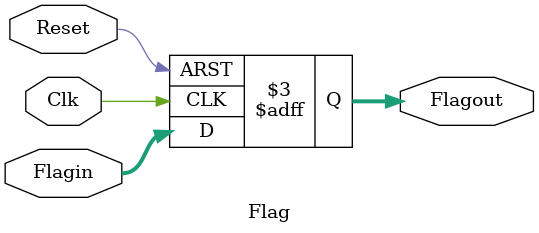
<source format=v>
`timescale 1ns / 1ps


module Flag(
     input wire [7:0] Flagin ,
     input wire       Clk    ,
     input wire       Reset  ,
     output reg [7:0] Flagout  = 8'h00
    );
    
    always@(posedge Clk ,posedge Reset )
    begin
        if(Reset)
            Flagout <= 8'h00;
        else 
            Flagout <= Flagin;

    end
    
endmodule

</source>
